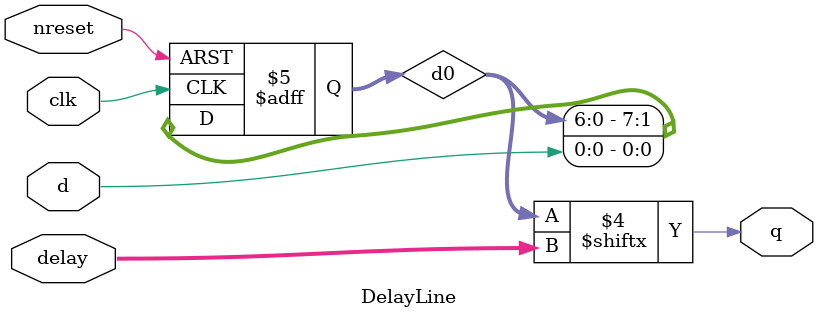
<source format=v>
`timescale 1ns/1ps


module DelayLine(nreset, clk, d, delay, q);

   input       nreset, clk, d;
   input [2:0] delay;

   output      q;
   
   reg [7:0]   d0;
   
   always @(negedge nreset, posedge clk) begin
      if (nreset == 1'b0) begin
	 d0 <= 8'b00000000;
      end else if (clk == 1'b1) begin
	 d0 <= {d0[6:0], d};
      end
   end
      
   assign q = d0[delay];
   
endmodule // DelayLine

// End of file.
</source>
